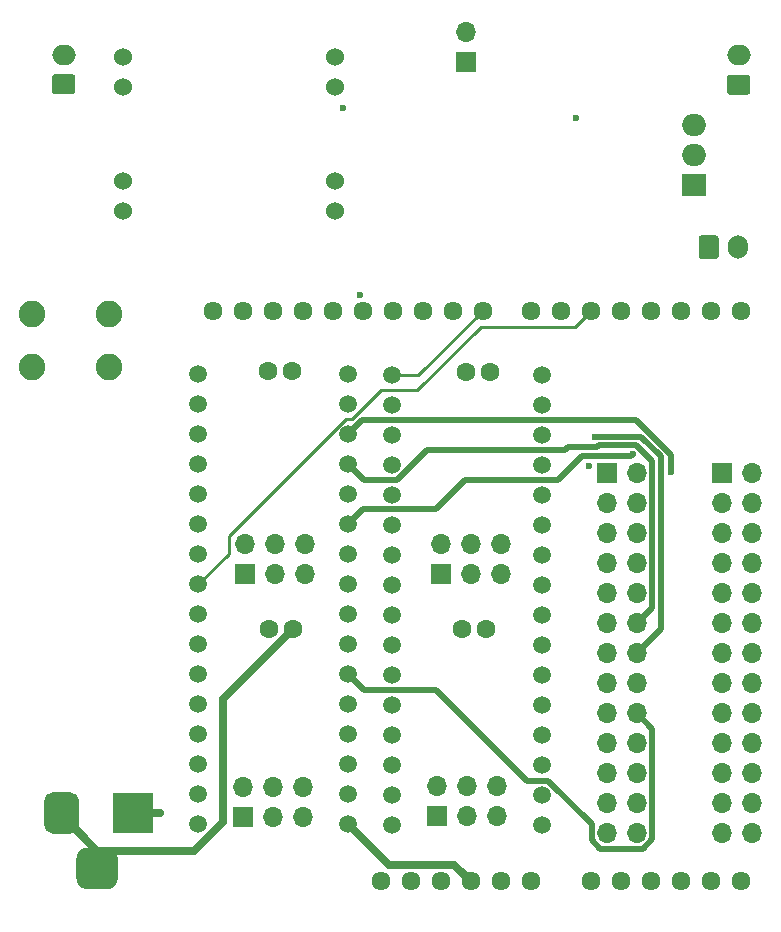
<source format=gbl>
%TF.GenerationSoftware,KiCad,Pcbnew,5.1.6-c6e7f7d~87~ubuntu20.04.1*%
%TF.CreationDate,2021-10-29T23:24:48+02:00*%
%TF.ProjectId,sb-cnc-shield,73622d63-6e63-42d7-9368-69656c642e6b,rev?*%
%TF.SameCoordinates,Original*%
%TF.FileFunction,Copper,L4,Bot*%
%TF.FilePolarity,Positive*%
%FSLAX46Y46*%
G04 Gerber Fmt 4.6, Leading zero omitted, Abs format (unit mm)*
G04 Created by KiCad (PCBNEW 5.1.6-c6e7f7d~87~ubuntu20.04.1) date 2021-10-29 23:24:48*
%MOMM*%
%LPD*%
G01*
G04 APERTURE LIST*
%TA.AperFunction,ComponentPad*%
%ADD10O,2.000000X1.700000*%
%TD*%
%TA.AperFunction,ComponentPad*%
%ADD11C,1.610000*%
%TD*%
%TA.AperFunction,ComponentPad*%
%ADD12C,2.250000*%
%TD*%
%TA.AperFunction,ComponentPad*%
%ADD13C,1.510000*%
%TD*%
%TA.AperFunction,ComponentPad*%
%ADD14R,3.500000X3.500000*%
%TD*%
%TA.AperFunction,ComponentPad*%
%ADD15C,1.600000*%
%TD*%
%TA.AperFunction,ComponentPad*%
%ADD16R,1.700000X1.700000*%
%TD*%
%TA.AperFunction,ComponentPad*%
%ADD17O,1.700000X1.700000*%
%TD*%
%TA.AperFunction,ComponentPad*%
%ADD18R,2.000000X1.905000*%
%TD*%
%TA.AperFunction,ComponentPad*%
%ADD19O,2.000000X1.905000*%
%TD*%
%TA.AperFunction,ComponentPad*%
%ADD20O,1.700000X2.000000*%
%TD*%
%TA.AperFunction,ComponentPad*%
%ADD21C,1.524000*%
%TD*%
%TA.AperFunction,ViaPad*%
%ADD22C,0.600000*%
%TD*%
%TA.AperFunction,Conductor*%
%ADD23C,0.700000*%
%TD*%
%TA.AperFunction,Conductor*%
%ADD24C,0.250000*%
%TD*%
%TA.AperFunction,Conductor*%
%ADD25C,0.500000*%
%TD*%
G04 APERTURE END LIST*
%TO.P,pi_5V1,1*%
%TO.N,GND*%
%TA.AperFunction,ComponentPad*%
G36*
G01*
X120790000Y-50583200D02*
X119290000Y-50583200D01*
G75*
G02*
X119040000Y-50333200I0J250000D01*
G01*
X119040000Y-49133200D01*
G75*
G02*
X119290000Y-48883200I250000J0D01*
G01*
X120790000Y-48883200D01*
G75*
G02*
X121040000Y-49133200I0J-250000D01*
G01*
X121040000Y-50333200D01*
G75*
G02*
X120790000Y-50583200I-250000J0D01*
G01*
G37*
%TD.AperFunction*%
D10*
%TO.P,pi_5V1,2*%
%TO.N,5V_pi*%
X120040000Y-47233200D03*
%TD*%
D11*
%TO.P,U1,17*%
%TO.N,SCL*%
X177358000Y-117180000D03*
%TO.P,U1,18*%
%TO.N,SDA*%
X174818000Y-117180000D03*
%TO.P,U1,19*%
%TO.N,laser_cmd*%
X172278000Y-117180000D03*
%TO.P,U1,22*%
%TO.N,O_led*%
X164658000Y-117180000D03*
%TO.P,U1,21*%
%TO.N,O_sig*%
X167198000Y-117180000D03*
%TO.P,U1,20*%
%TO.N,B_led*%
X169738000Y-117180000D03*
%TO.P,U1,23*%
%TO.N,Net-(U1-Pad23)*%
X159578000Y-117180000D03*
%TO.P,U1,24*%
%TO.N,GND*%
X157038000Y-117180000D03*
%TO.P,U1,25*%
X154498000Y-117180000D03*
%TO.P,U1,27*%
%TO.N,+3V3*%
X149418000Y-117180000D03*
%TO.P,U1,28*%
%TO.N,RESET*%
X146878000Y-117180000D03*
%TO.P,U1,1*%
%TO.N,DC*%
X177358000Y-68920000D03*
%TO.P,U1,2*%
%TO.N,res*%
X174818000Y-68920000D03*
%TO.P,U1,3*%
%TO.N,XSTEP*%
X172278000Y-68920000D03*
%TO.P,U1,4*%
%TO.N,YSTEP*%
X169738000Y-68920000D03*
%TO.P,U1,5*%
%TO.N,ZSTEP*%
X167198000Y-68920000D03*
%TO.P,U1,6*%
%TO.N,XDIR*%
X164658000Y-68920000D03*
%TO.P,U1,7*%
%TO.N,YDIR*%
X162118000Y-68920000D03*
%TO.P,U1,8*%
%TO.N,ZDIR*%
X159578000Y-68920000D03*
%TO.P,U1,9*%
%TO.N,EN*%
X155514000Y-68920000D03*
%TO.P,U1,10*%
%TO.N,XLIMIT*%
X152974000Y-68920000D03*
%TO.P,U1,11*%
%TO.N,YLIMIT*%
X150434000Y-68920000D03*
%TO.P,U1,12*%
%TO.N,SPIN_EN*%
X147894000Y-68920000D03*
%TO.P,U1,13*%
%TO.N,ZLIMIT*%
X145354000Y-68920000D03*
%TO.P,U1,14*%
%TO.N,SPIN_DIR*%
X142814000Y-68920000D03*
%TO.P,U1,15*%
%TO.N,GND*%
X140274000Y-68920000D03*
%TO.P,U1,16*%
%TO.N,Net-(U1-Pad16)*%
X137734000Y-68920000D03*
%TO.P,U1,26*%
%TO.N,+5V*%
X151958000Y-117180000D03*
%TO.P,U1,29*%
%TO.N,_SDA_*%
X135194000Y-68920000D03*
%TO.P,U1,30*%
%TO.N,_SCL_*%
X132654000Y-68920000D03*
%TD*%
D12*
%TO.P,SW1,3*%
%TO.N,RESET*%
X117348000Y-73689600D03*
%TO.P,SW1,4*%
X123848000Y-73689600D03*
%TO.P,SW1,1*%
%TO.N,GND*%
X117348000Y-69189600D03*
%TO.P,SW1,2*%
X123848000Y-69189600D03*
%TD*%
D13*
%TO.P,U2,1*%
%TO.N,EN*%
X131445000Y-74295000D03*
%TO.P,U2,2*%
%TO.N,Net-(MSX1-Pad2)*%
X131445000Y-76835000D03*
%TO.P,U2,3*%
%TO.N,Net-(MSX1-Pad4)*%
X131445000Y-79375000D03*
%TO.P,U2,4*%
%TO.N,Net-(MSX1-Pad6)*%
X131445000Y-81915000D03*
%TO.P,U2,5*%
%TO.N,Net-(U2-Pad5)*%
X131445000Y-84455000D03*
%TO.P,U2,6*%
X131445000Y-86995000D03*
%TO.P,U2,7*%
%TO.N,XSTEP*%
X131445000Y-89535000D03*
%TO.P,U2,8*%
%TO.N,XDIR*%
X131445000Y-92075000D03*
%TO.P,U2,9*%
%TO.N,GND*%
X144145000Y-92075000D03*
%TO.P,U2,10*%
%TO.N,+5V*%
X144145000Y-89535000D03*
%TO.P,U2,11*%
%TO.N,x1B*%
X144145000Y-86995000D03*
%TO.P,U2,12*%
%TO.N,x1A*%
X144145000Y-84455000D03*
%TO.P,U2,13*%
%TO.N,x2A*%
X144145000Y-81915000D03*
%TO.P,U2,14*%
%TO.N,x2B*%
X144145000Y-79375000D03*
%TO.P,U2,15*%
%TO.N,GNDA*%
X144145000Y-76835000D03*
%TO.P,U2,16*%
%TO.N,VIN*%
X144145000Y-74295000D03*
%TD*%
%TO.P,U4,1*%
%TO.N,EN*%
X131445000Y-94615000D03*
%TO.P,U4,2*%
%TO.N,Net-(MSZ1-Pad2)*%
X131445000Y-97155000D03*
%TO.P,U4,3*%
%TO.N,Net-(MSZ1-Pad4)*%
X131445000Y-99695000D03*
%TO.P,U4,4*%
%TO.N,Net-(MSZ1-Pad6)*%
X131445000Y-102235000D03*
%TO.P,U4,5*%
%TO.N,Net-(U4-Pad5)*%
X131445000Y-104775000D03*
%TO.P,U4,6*%
X131445000Y-107315000D03*
%TO.P,U4,7*%
%TO.N,ZSTEP*%
X131445000Y-109855000D03*
%TO.P,U4,8*%
%TO.N,ZDIR*%
X131445000Y-112395000D03*
%TO.P,U4,9*%
%TO.N,GND*%
X144145000Y-112395000D03*
%TO.P,U4,10*%
%TO.N,+5V*%
X144145000Y-109855000D03*
%TO.P,U4,11*%
%TO.N,z1B*%
X144145000Y-107315000D03*
%TO.P,U4,12*%
%TO.N,z1A*%
X144145000Y-104775000D03*
%TO.P,U4,13*%
%TO.N,z2A*%
X144145000Y-102235000D03*
%TO.P,U4,14*%
%TO.N,z2B*%
X144145000Y-99695000D03*
%TO.P,U4,15*%
%TO.N,GNDA*%
X144145000Y-97155000D03*
%TO.P,U4,16*%
%TO.N,VIN*%
X144145000Y-94615000D03*
%TD*%
%TO.P,U5,1*%
%TO.N,EN*%
X147879000Y-94691200D03*
%TO.P,U5,2*%
%TO.N,Net-(MSA1-Pad2)*%
X147879000Y-97231200D03*
%TO.P,U5,3*%
%TO.N,Net-(MSA1-Pad4)*%
X147879000Y-99771200D03*
%TO.P,U5,4*%
%TO.N,Net-(MSA1-Pad6)*%
X147879000Y-102311200D03*
%TO.P,U5,5*%
%TO.N,Net-(U5-Pad5)*%
X147879000Y-104851200D03*
%TO.P,U5,6*%
X147879000Y-107391200D03*
%TO.P,U5,7*%
%TO.N,SPIN_EN*%
X147879000Y-109931200D03*
%TO.P,U5,8*%
%TO.N,SPIN_DIR*%
X147879000Y-112471200D03*
%TO.P,U5,9*%
%TO.N,GND*%
X160579000Y-112471200D03*
%TO.P,U5,10*%
%TO.N,+5V*%
X160579000Y-109931200D03*
%TO.P,U5,11*%
%TO.N,a1B*%
X160579000Y-107391200D03*
%TO.P,U5,12*%
%TO.N,a1A*%
X160579000Y-104851200D03*
%TO.P,U5,13*%
%TO.N,a2A*%
X160579000Y-102311200D03*
%TO.P,U5,14*%
%TO.N,a2B*%
X160579000Y-99771200D03*
%TO.P,U5,15*%
%TO.N,GNDA*%
X160579000Y-97231200D03*
%TO.P,U5,16*%
%TO.N,VIN*%
X160579000Y-94691200D03*
%TD*%
%TO.P,U3,1*%
%TO.N,EN*%
X147803000Y-74371200D03*
%TO.P,U3,2*%
%TO.N,Net-(MSY1-Pad2)*%
X147803000Y-76911200D03*
%TO.P,U3,3*%
%TO.N,Net-(MSY1-Pad4)*%
X147803000Y-79451200D03*
%TO.P,U3,4*%
%TO.N,Net-(MSY1-Pad6)*%
X147803000Y-81991200D03*
%TO.P,U3,5*%
%TO.N,Net-(U3-Pad5)*%
X147803000Y-84531200D03*
%TO.P,U3,6*%
X147803000Y-87071200D03*
%TO.P,U3,7*%
%TO.N,YSTEP*%
X147803000Y-89611200D03*
%TO.P,U3,8*%
%TO.N,YDIR*%
X147803000Y-92151200D03*
%TO.P,U3,9*%
%TO.N,GND*%
X160503000Y-92151200D03*
%TO.P,U3,10*%
%TO.N,+5V*%
X160503000Y-89611200D03*
%TO.P,U3,11*%
%TO.N,y1B*%
X160503000Y-87071200D03*
%TO.P,U3,12*%
%TO.N,y1A*%
X160503000Y-84531200D03*
%TO.P,U3,13*%
%TO.N,y2A*%
X160503000Y-81991200D03*
%TO.P,U3,14*%
%TO.N,y2B*%
X160503000Y-79451200D03*
%TO.P,U3,15*%
%TO.N,GNDA*%
X160503000Y-76911200D03*
%TO.P,U3,16*%
%TO.N,VIN*%
X160503000Y-74371200D03*
%TD*%
D14*
%TO.P,P8,1*%
%TO.N,VIN_*%
X125868000Y-111430000D03*
%TO.P,P8,2*%
%TO.N,GNDA*%
%TA.AperFunction,ComponentPad*%
G36*
G01*
X118368000Y-112430000D02*
X118368000Y-110430000D01*
G75*
G02*
X119118000Y-109680000I750000J0D01*
G01*
X120618000Y-109680000D01*
G75*
G02*
X121368000Y-110430000I0J-750000D01*
G01*
X121368000Y-112430000D01*
G75*
G02*
X120618000Y-113180000I-750000J0D01*
G01*
X119118000Y-113180000D01*
G75*
G02*
X118368000Y-112430000I0J750000D01*
G01*
G37*
%TD.AperFunction*%
%TO.P,P8,3*%
%TA.AperFunction,ComponentPad*%
G36*
G01*
X121118000Y-117005000D02*
X121118000Y-115255000D01*
G75*
G02*
X121993000Y-114380000I875000J0D01*
G01*
X123743000Y-114380000D01*
G75*
G02*
X124618000Y-115255000I0J-875000D01*
G01*
X124618000Y-117005000D01*
G75*
G02*
X123743000Y-117880000I-875000J0D01*
G01*
X121993000Y-117880000D01*
G75*
G02*
X121118000Y-117005000I0J875000D01*
G01*
G37*
%TD.AperFunction*%
%TD*%
D15*
%TO.P,C1,1*%
%TO.N,VIN*%
X137368000Y-74046100D03*
%TO.P,C1,2*%
%TO.N,GNDA*%
X139368000Y-74046100D03*
%TD*%
%TO.P,C2,2*%
%TO.N,GNDA*%
X156122000Y-74117200D03*
%TO.P,C2,1*%
%TO.N,VIN*%
X154122000Y-74117200D03*
%TD*%
%TO.P,C3,1*%
%TO.N,VIN*%
X137464000Y-95844400D03*
%TO.P,C3,2*%
%TO.N,GNDA*%
X139464000Y-95844400D03*
%TD*%
%TO.P,C4,2*%
%TO.N,GNDA*%
X155766000Y-95844400D03*
%TO.P,C4,1*%
%TO.N,VIN*%
X153766000Y-95844400D03*
%TD*%
D16*
%TO.P,P10,1*%
%TO.N,VIN*%
X154102000Y-47879000D03*
D17*
%TO.P,P10,2*%
%TO.N,VIN_*%
X154102000Y-45339000D03*
%TD*%
D18*
%TO.P,Q0,1*%
%TO.N,/D*%
X173380000Y-58267600D03*
D19*
%TO.P,Q0,2*%
%TO.N,/G*%
X173380000Y-55727600D03*
%TO.P,Q0,3*%
%TO.N,GND*%
X173380000Y-53187600D03*
%TD*%
%TO.P,l_pwr1,1*%
%TO.N,GND*%
%TA.AperFunction,ComponentPad*%
G36*
G01*
X177940400Y-50634000D02*
X176440400Y-50634000D01*
G75*
G02*
X176190400Y-50384000I0J250000D01*
G01*
X176190400Y-49184000D01*
G75*
G02*
X176440400Y-48934000I250000J0D01*
G01*
X177940400Y-48934000D01*
G75*
G02*
X178190400Y-49184000I0J-250000D01*
G01*
X178190400Y-50384000D01*
G75*
G02*
X177940400Y-50634000I-250000J0D01*
G01*
G37*
%TD.AperFunction*%
D10*
%TO.P,l_pwr1,2*%
%TO.N,VIN*%
X177190400Y-47284000D03*
%TD*%
D20*
%TO.P,Pump1,2*%
%TO.N,/D*%
X177150000Y-63525400D03*
%TO.P,Pump1,1*%
%TO.N,VIN*%
%TA.AperFunction,ComponentPad*%
G36*
G01*
X173800000Y-64275400D02*
X173800000Y-62775400D01*
G75*
G02*
X174050000Y-62525400I250000J0D01*
G01*
X175250000Y-62525400D01*
G75*
G02*
X175500000Y-62775400I0J-250000D01*
G01*
X175500000Y-64275400D01*
G75*
G02*
X175250000Y-64525400I-250000J0D01*
G01*
X174050000Y-64525400D01*
G75*
G02*
X173800000Y-64275400I0J250000D01*
G01*
G37*
%TD.AperFunction*%
%TD*%
D16*
%TO.P,conn26_1,1*%
%TO.N,+5V*%
X166030000Y-82651600D03*
D17*
%TO.P,conn26_1,2*%
%TO.N,GND*%
X168570000Y-82651600D03*
%TO.P,conn26_1,3*%
%TO.N,_SCL_*%
X166030000Y-85191600D03*
%TO.P,conn26_1,4*%
%TO.N,_SDA_*%
X168570000Y-85191600D03*
%TO.P,conn26_1,5*%
%TO.N,+5V*%
X166030000Y-87731600D03*
%TO.P,conn26_1,6*%
%TO.N,DC*%
X168570000Y-87731600D03*
%TO.P,conn26_1,7*%
%TO.N,res*%
X166030000Y-90271600D03*
%TO.P,conn26_1,8*%
%TO.N,GND*%
X168570000Y-90271600D03*
%TO.P,conn26_1,9*%
%TO.N,y2B*%
X166030000Y-92811600D03*
%TO.P,conn26_1,10*%
%TO.N,x2B*%
X168570000Y-92811600D03*
%TO.P,conn26_1,11*%
%TO.N,y2A*%
X166030000Y-95351600D03*
%TO.P,conn26_1,12*%
%TO.N,x2A*%
X168570000Y-95351600D03*
%TO.P,conn26_1,13*%
%TO.N,y1A*%
X166030000Y-97891600D03*
%TO.P,conn26_1,14*%
%TO.N,x1A*%
X168570000Y-97891600D03*
%TO.P,conn26_1,15*%
%TO.N,y1B*%
X166030000Y-100431600D03*
%TO.P,conn26_1,16*%
%TO.N,x1B*%
X168570000Y-100431600D03*
%TO.P,conn26_1,17*%
%TO.N,a2B*%
X166030000Y-102971600D03*
%TO.P,conn26_1,18*%
%TO.N,z2B*%
X168570000Y-102971600D03*
%TO.P,conn26_1,19*%
%TO.N,a2A*%
X166030000Y-105511600D03*
%TO.P,conn26_1,20*%
%TO.N,z2A*%
X168570000Y-105511600D03*
%TO.P,conn26_1,21*%
%TO.N,a1A*%
X166030000Y-108051600D03*
%TO.P,conn26_1,22*%
%TO.N,z1A*%
X168570000Y-108051600D03*
%TO.P,conn26_1,23*%
%TO.N,a1B*%
X166030000Y-110591600D03*
%TO.P,conn26_1,24*%
%TO.N,z1A*%
X168570000Y-110591600D03*
%TO.P,conn26_1,25*%
%TO.N,Net-(conn26_1-Pad25)*%
X166030000Y-113131600D03*
%TO.P,conn26_1,26*%
%TO.N,Net-(conn26_1-Pad26)*%
X168570000Y-113131600D03*
%TD*%
D16*
%TO.P,conn26_0,1*%
%TO.N,ZLIMIT*%
X175743000Y-82651600D03*
D17*
%TO.P,conn26_0,2*%
%TO.N,GND*%
X178283000Y-82651600D03*
%TO.P,conn26_0,3*%
%TO.N,ZLIMIT*%
X175743000Y-85191600D03*
%TO.P,conn26_0,4*%
%TO.N,GND*%
X178283000Y-85191600D03*
%TO.P,conn26_0,5*%
%TO.N,YLIMIT*%
X175743000Y-87731600D03*
%TO.P,conn26_0,6*%
%TO.N,GND*%
X178283000Y-87731600D03*
%TO.P,conn26_0,7*%
%TO.N,YLIMIT*%
X175743000Y-90271600D03*
%TO.P,conn26_0,8*%
%TO.N,GND*%
X178283000Y-90271600D03*
%TO.P,conn26_0,9*%
%TO.N,XLIMIT*%
X175743000Y-92811600D03*
%TO.P,conn26_0,10*%
%TO.N,GND*%
X178283000Y-92811600D03*
%TO.P,conn26_0,11*%
%TO.N,XLIMIT*%
X175743000Y-95351600D03*
%TO.P,conn26_0,12*%
%TO.N,GND*%
X178283000Y-95351600D03*
%TO.P,conn26_0,13*%
%TO.N,SPIN_EN*%
X175743000Y-97891600D03*
%TO.P,conn26_0,14*%
%TO.N,GND*%
X178283000Y-97891600D03*
%TO.P,conn26_0,15*%
%TO.N,SPIN_DIR*%
X175743000Y-100431600D03*
%TO.P,conn26_0,16*%
%TO.N,GND*%
X178283000Y-100431600D03*
%TO.P,conn26_0,17*%
%TO.N,laser_cmd*%
X175743000Y-102971600D03*
%TO.P,conn26_0,18*%
%TO.N,GND*%
X178283000Y-102971600D03*
%TO.P,conn26_0,19*%
%TO.N,O_led*%
X175743000Y-105511600D03*
%TO.P,conn26_0,20*%
%TO.N,GND*%
X178283000Y-105511600D03*
%TO.P,conn26_0,21*%
%TO.N,O_sig*%
X175743000Y-108051600D03*
%TO.P,conn26_0,22*%
%TO.N,GND*%
X178283000Y-108051600D03*
%TO.P,conn26_0,23*%
%TO.N,B_led*%
X175743000Y-110591600D03*
%TO.P,conn26_0,24*%
%TO.N,GND*%
X178283000Y-110591600D03*
%TO.P,conn26_0,25*%
%TO.N,RESET*%
X175743000Y-113131600D03*
%TO.P,conn26_0,26*%
%TO.N,GND*%
X178283000Y-113131600D03*
%TD*%
D16*
%TO.P,MSA1,1*%
%TO.N,+5V*%
X151613000Y-111709000D03*
D17*
%TO.P,MSA1,2*%
%TO.N,Net-(MSA1-Pad2)*%
X151613000Y-109169000D03*
%TO.P,MSA1,3*%
%TO.N,+5V*%
X154153000Y-111709000D03*
%TO.P,MSA1,4*%
%TO.N,Net-(MSA1-Pad4)*%
X154153000Y-109169000D03*
%TO.P,MSA1,5*%
%TO.N,+5V*%
X156693000Y-111709000D03*
%TO.P,MSA1,6*%
%TO.N,Net-(MSA1-Pad6)*%
X156693000Y-109169000D03*
%TD*%
D16*
%TO.P,MSY1,1*%
%TO.N,+5V*%
X151968000Y-91211400D03*
D17*
%TO.P,MSY1,2*%
%TO.N,Net-(MSY1-Pad2)*%
X151968000Y-88671400D03*
%TO.P,MSY1,3*%
%TO.N,+5V*%
X154508000Y-91211400D03*
%TO.P,MSY1,4*%
%TO.N,Net-(MSY1-Pad4)*%
X154508000Y-88671400D03*
%TO.P,MSY1,5*%
%TO.N,+5V*%
X157048000Y-91211400D03*
%TO.P,MSY1,6*%
%TO.N,Net-(MSY1-Pad6)*%
X157048000Y-88671400D03*
%TD*%
%TO.P,MSZ1,6*%
%TO.N,Net-(MSZ1-Pad6)*%
X140335000Y-109195000D03*
%TO.P,MSZ1,5*%
%TO.N,+5V*%
X140335000Y-111735000D03*
%TO.P,MSZ1,4*%
%TO.N,Net-(MSZ1-Pad4)*%
X137795000Y-109195000D03*
%TO.P,MSZ1,3*%
%TO.N,+5V*%
X137795000Y-111735000D03*
%TO.P,MSZ1,2*%
%TO.N,Net-(MSZ1-Pad2)*%
X135255000Y-109195000D03*
D16*
%TO.P,MSZ1,1*%
%TO.N,+5V*%
X135255000Y-111735000D03*
%TD*%
%TO.P,MSX1,1*%
%TO.N,+5V*%
X135357000Y-91211400D03*
D17*
%TO.P,MSX1,2*%
%TO.N,Net-(MSX1-Pad2)*%
X135357000Y-88671400D03*
%TO.P,MSX1,3*%
%TO.N,+5V*%
X137897000Y-91211400D03*
%TO.P,MSX1,4*%
%TO.N,Net-(MSX1-Pad4)*%
X137897000Y-88671400D03*
%TO.P,MSX1,5*%
%TO.N,+5V*%
X140437000Y-91211400D03*
%TO.P,MSX1,6*%
%TO.N,Net-(MSX1-Pad6)*%
X140437000Y-88671400D03*
%TD*%
D21*
%TO.P,MP1584EN_DC-DC1,8*%
%TO.N,GND*%
X143035800Y-47384200D03*
%TO.P,MP1584EN_DC-DC1,7*%
X143035800Y-49924200D03*
%TO.P,MP1584EN_DC-DC1,6*%
%TO.N,5V_pi*%
X143035800Y-57924200D03*
%TO.P,MP1584EN_DC-DC1,5*%
X143035800Y-60464200D03*
%TO.P,MP1584EN_DC-DC1,4*%
%TO.N,VIN*%
X125035800Y-57924200D03*
%TO.P,MP1584EN_DC-DC1,3*%
X125035800Y-60464200D03*
%TO.P,MP1584EN_DC-DC1,2*%
%TO.N,GND*%
X125035800Y-49924200D03*
%TO.P,MP1584EN_DC-DC1,1*%
X125035800Y-47384200D03*
%TD*%
D22*
%TO.N,GND*%
X143687600Y-51714200D03*
%TO.N,ZSTEP*%
X164514800Y-82055400D03*
%TO.N,ZDIR*%
X145138200Y-67535000D03*
%TO.N,SDA*%
X163425500Y-52551200D03*
%TO.N,VIN_*%
X128168300Y-111430000D03*
%TO.N,x2B*%
X171444000Y-82573400D03*
%TO.N,x1A*%
X165020400Y-79564200D03*
%TO.N,x1B*%
X168213000Y-81031800D03*
%TD*%
D23*
%TO.N,GND*%
X144145000Y-112395000D02*
X147554600Y-115804600D01*
X147554600Y-115804600D02*
X153122600Y-115804600D01*
X153122600Y-115804600D02*
X154498000Y-117180000D01*
D24*
%TO.N,EN*%
X155514000Y-68920000D02*
X150062800Y-74371200D01*
X150062800Y-74371200D02*
X147803000Y-74371200D01*
%TO.N,XDIR*%
X131445000Y-92075000D02*
X134015700Y-89504300D01*
X134015700Y-89504300D02*
X134015700Y-87957900D01*
X134015700Y-87957900D02*
X143917500Y-78056100D01*
X143917500Y-78056100D02*
X144451900Y-78056100D01*
X144451900Y-78056100D02*
X146866800Y-75641200D01*
X146866800Y-75641200D02*
X149992800Y-75641200D01*
X149992800Y-75641200D02*
X155373000Y-70261000D01*
X155373000Y-70261000D02*
X163317000Y-70261000D01*
X163317000Y-70261000D02*
X164658000Y-68920000D01*
D23*
%TO.N,GNDA*%
X122868000Y-114630000D02*
X131096700Y-114630000D01*
X131096700Y-114630000D02*
X133508800Y-112217900D01*
X133508800Y-112217900D02*
X133508800Y-101799600D01*
X133508800Y-101799600D02*
X139464000Y-95844400D01*
X119868000Y-111430000D02*
X119868000Y-111630000D01*
X119868000Y-111630000D02*
X122868000Y-114630000D01*
X122868000Y-116130000D02*
X122868000Y-114630000D01*
%TO.N,VIN_*%
X125868000Y-111430000D02*
X128168300Y-111430000D01*
D25*
%TO.N,x2B*%
X171444000Y-82573400D02*
X171444000Y-81096100D01*
X171444000Y-81096100D02*
X168528800Y-78180900D01*
X168528800Y-78180900D02*
X145339100Y-78180900D01*
X145339100Y-78180900D02*
X144145000Y-79375000D01*
%TO.N,x2A*%
X144145000Y-81915000D02*
X145479600Y-83249600D01*
X145479600Y-83249600D02*
X148254800Y-83249600D01*
X148254800Y-83249600D02*
X150783200Y-80721200D01*
X150783200Y-80721200D02*
X162515700Y-80721200D01*
X162515700Y-80721200D02*
X162758600Y-80478300D01*
X162758600Y-80478300D02*
X165167500Y-80478300D01*
X165167500Y-80478300D02*
X165381200Y-80264600D01*
X165381200Y-80264600D02*
X168511800Y-80264600D01*
X168511800Y-80264600D02*
X169872700Y-81625500D01*
X169872700Y-81625500D02*
X169872700Y-94048900D01*
X169872700Y-94048900D02*
X168570000Y-95351600D01*
%TO.N,x1A*%
X168570000Y-97891600D02*
X170604100Y-95857500D01*
X170604100Y-95857500D02*
X170604100Y-81246700D01*
X170604100Y-81246700D02*
X168921600Y-79564200D01*
X168921600Y-79564200D02*
X165020400Y-79564200D01*
%TO.N,x1B*%
X144145000Y-86995000D02*
X145403400Y-85736600D01*
X145403400Y-85736600D02*
X151580700Y-85736600D01*
X151580700Y-85736600D02*
X154056100Y-83261200D01*
X154056100Y-83261200D02*
X161879400Y-83261200D01*
X161879400Y-83261200D02*
X163962000Y-81178600D01*
X163962000Y-81178600D02*
X168066200Y-81178600D01*
X168066200Y-81178600D02*
X168213000Y-81031800D01*
%TO.N,z2B*%
X168570000Y-102971600D02*
X169881400Y-104283000D01*
X169881400Y-104283000D02*
X169881400Y-113675200D01*
X169881400Y-113675200D02*
X169093400Y-114463200D01*
X169093400Y-114463200D02*
X165467500Y-114463200D01*
X165467500Y-114463200D02*
X164729600Y-113725300D01*
X164729600Y-113725300D02*
X164729600Y-112377000D01*
X164729600Y-112377000D02*
X161078400Y-108725800D01*
X161078400Y-108725800D02*
X159276700Y-108725800D01*
X159276700Y-108725800D02*
X151580500Y-101029600D01*
X151580500Y-101029600D02*
X145479600Y-101029600D01*
X145479600Y-101029600D02*
X144145000Y-99695000D01*
%TD*%
M02*

</source>
